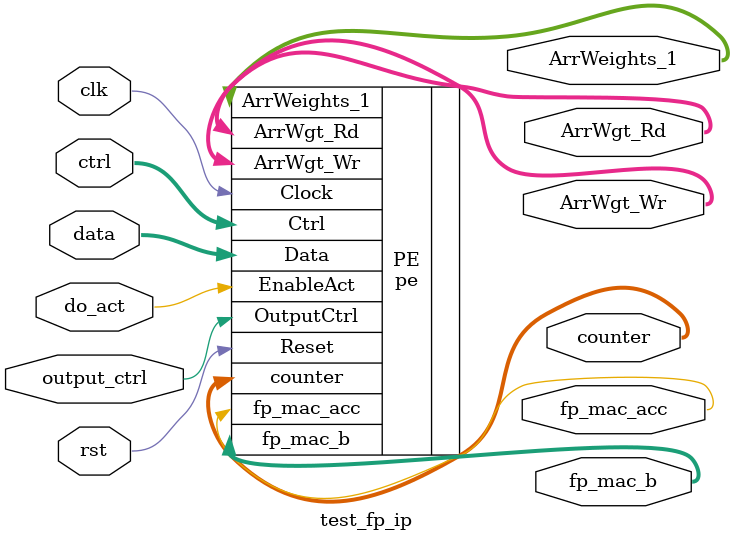
<source format=v>
/*
module test_fp_ip(
		input  wire [31:0] a,      //      a.a
		input  wire        acc,    //    acc.acc
		input  wire        areset, // areset.reset
		input  wire [31:0] b,      //      b.b
		input  wire        clk,    //    clk.clk
		input  wire [0:0]  en,     //     en.en
		output wire [31:0] q       //      q.q
		);
		
		fp_mac mac(.a(a), .b(b), .clk(clk), .areset(areset), .en(en), .q(q), .acc(acc));

endmodule
*/
module test_fp_ip(
	input wire clk,
	input wire rst,
	input wire [2:0] ctrl,
	input wire output_ctrl,
	inout wire [31:0] data,
	input wire do_act,
	output [3:0] counter,
	output [11:0] ArrWgt_Rd,
	output [11:0] ArrWgt_Wr, 
	output [31:0] ArrWeights_1,
	output fp_mac_acc,
	output [31:0] fp_mac_b
	);
	pe PE(.Clock(clk), .Reset(rst), .Ctrl(ctrl), .OutputCtrl(output_ctrl), .Data(data), .EnableAct(do_act), .counter(counter), .ArrWgt_Rd(ArrWgt_Rd), .ArrWgt_Wr(ArrWgt_Wr), .ArrWeights_1(ArrWeights_1), .fp_mac_acc(fp_mac_acc), .fp_mac_b(fp_mac_b));
endmodule
</source>
